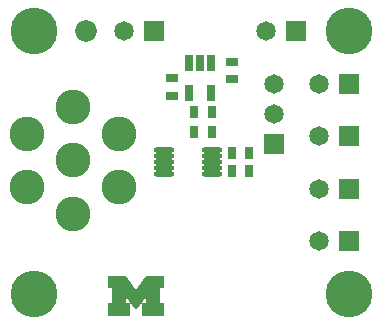
<source format=gts>
G04 Layer_Color=8388736*
%FSLAX24Y24*%
%MOIN*%
G70*
G01*
G75*
%ADD32O,0.0710X0.0178*%
%ADD33R,0.0257X0.0414*%
%ADD34R,0.0414X0.0257*%
%ADD35R,0.0277X0.0572*%
%ADD36C,0.1162*%
%ADD37C,0.0651*%
%ADD38R,0.0651X0.0651*%
%ADD39R,0.0651X0.0651*%
%ADD40C,0.0721*%
%ADD41C,0.1560*%
G36*
X5330Y1612D02*
X5335Y1611D01*
X5339Y1609D01*
X5343Y1607D01*
X5347Y1604D01*
X5350Y1600D01*
X5352Y1596D01*
X5354Y1592D01*
X5355Y1587D01*
X5355Y1582D01*
Y1213D01*
X5355Y1208D01*
X5354Y1204D01*
X5352Y1199D01*
X5350Y1195D01*
X5347Y1192D01*
X5343Y1189D01*
X5339Y1186D01*
X5335Y1184D01*
X5330Y1183D01*
X5325Y1183D01*
X5215D01*
Y686D01*
X5325D01*
X5330Y686D01*
X5335Y685D01*
X5339Y683D01*
X5343Y681D01*
X5347Y677D01*
X5350Y674D01*
X5352Y670D01*
X5354Y666D01*
X5355Y661D01*
X5355Y656D01*
Y287D01*
X5355Y282D01*
X5354Y278D01*
X5352Y273D01*
X5350Y269D01*
X5347Y266D01*
X5343Y263D01*
X5339Y260D01*
X5335Y258D01*
X5330Y257D01*
X5325Y257D01*
X4634D01*
X4629Y257D01*
X4624Y258D01*
X4620Y260D01*
X4616Y263D01*
X4612Y266D01*
X4609Y269D01*
X4607Y273D01*
X4605Y278D01*
X4604Y282D01*
X4604Y287D01*
Y656D01*
X4604Y661D01*
X4605Y666D01*
X4607Y670D01*
X4609Y674D01*
X4612Y677D01*
X4616Y681D01*
X4620Y683D01*
X4624Y685D01*
X4629Y686D01*
X4634Y686D01*
X4744D01*
Y898D01*
X4450Y492D01*
X4450Y492D01*
X4450Y492D01*
X4449Y491D01*
X4447Y488D01*
X4447Y488D01*
X4447Y488D01*
X4446Y487D01*
X4443Y485D01*
X4443Y485D01*
X4443Y485D01*
X4441Y484D01*
X4439Y483D01*
X4439Y483D01*
X4439Y483D01*
X4437Y482D01*
X4435Y481D01*
X4435Y481D01*
X4435Y481D01*
X4432Y480D01*
X4430Y480D01*
X4430Y480D01*
X4430Y480D01*
X4428Y480D01*
X4426Y480D01*
X4426Y480D01*
X4426Y480D01*
X4402D01*
X4402Y480D01*
X4402Y480D01*
X4400Y480D01*
X4397Y480D01*
X4397Y480D01*
X4397Y480D01*
X4395Y481D01*
X4393Y481D01*
X4393Y481D01*
X4393Y481D01*
X4391Y482D01*
X4389Y483D01*
X4388Y483D01*
X4388Y483D01*
X4386Y484D01*
X4385Y485D01*
X4384Y485D01*
X4384Y486D01*
X4383Y487D01*
X4381Y488D01*
X4381Y489D01*
X4381Y489D01*
X4379Y490D01*
X4378Y492D01*
X4378Y492D01*
X4378Y492D01*
X4089Y896D01*
Y686D01*
X4200D01*
X4205Y686D01*
X4209Y685D01*
X4214Y683D01*
X4218Y681D01*
X4221Y677D01*
X4224Y674D01*
X4227Y670D01*
X4229Y666D01*
X4230Y661D01*
X4230Y656D01*
Y287D01*
X4230Y282D01*
X4229Y278D01*
X4227Y273D01*
X4224Y269D01*
X4221Y266D01*
X4218Y263D01*
X4214Y260D01*
X4209Y258D01*
X4205Y257D01*
X4200Y257D01*
X3508D01*
X3504Y257D01*
X3499Y258D01*
X3495Y260D01*
X3491Y263D01*
X3487Y266D01*
X3484Y269D01*
X3482Y273D01*
X3480Y278D01*
X3479Y282D01*
X3478Y287D01*
Y656D01*
X3479Y661D01*
X3480Y666D01*
X3482Y670D01*
X3484Y674D01*
X3487Y677D01*
X3491Y681D01*
X3495Y683D01*
X3499Y685D01*
X3504Y686D01*
X3508Y686D01*
X3613D01*
Y1183D01*
X3508D01*
X3504Y1183D01*
X3499Y1184D01*
X3495Y1186D01*
X3491Y1189D01*
X3487Y1192D01*
X3484Y1195D01*
X3482Y1199D01*
X3480Y1204D01*
X3479Y1208D01*
X3478Y1213D01*
Y1582D01*
X3479Y1587D01*
X3480Y1592D01*
X3482Y1596D01*
X3484Y1600D01*
X3487Y1604D01*
X3491Y1607D01*
X3495Y1609D01*
X3499Y1611D01*
X3504Y1612D01*
X3508Y1612D01*
X4056D01*
X4056Y1612D01*
X4056Y1612D01*
X4059Y1612D01*
X4061Y1612D01*
X4061Y1612D01*
X4061Y1612D01*
X4064Y1611D01*
X4066Y1611D01*
X4066Y1611D01*
X4066Y1611D01*
X4068Y1610D01*
X4070Y1609D01*
X4070Y1609D01*
X4070Y1609D01*
X4072Y1608D01*
X4074Y1607D01*
X4074Y1607D01*
X4074Y1607D01*
X4076Y1605D01*
X4078Y1604D01*
X4078Y1604D01*
X4078Y1603D01*
X4079Y1602D01*
X4081Y1600D01*
X4081Y1600D01*
X4081Y1600D01*
X4417Y1135D01*
X4753Y1600D01*
X4753Y1600D01*
X4753Y1600D01*
X4754Y1602D01*
X4756Y1603D01*
X4756Y1604D01*
X4756Y1604D01*
X4758Y1605D01*
X4760Y1607D01*
X4760Y1607D01*
X4760Y1607D01*
X4762Y1608D01*
X4764Y1609D01*
X4764Y1609D01*
X4764Y1609D01*
X4766Y1610D01*
X4768Y1611D01*
X4768Y1611D01*
X4768Y1611D01*
X4770Y1611D01*
X4773Y1612D01*
X4773Y1612D01*
X4773Y1612D01*
X4775Y1612D01*
X4777Y1612D01*
X4777Y1612D01*
X4777Y1612D01*
X5325D01*
X5330Y1612D01*
D02*
G37*
D32*
X5343Y5794D02*
D03*
Y5597D02*
D03*
Y5400D02*
D03*
Y5203D02*
D03*
Y5006D02*
D03*
X6957Y5794D02*
D03*
Y5597D02*
D03*
Y5400D02*
D03*
Y5203D02*
D03*
Y5006D02*
D03*
D33*
X8195Y5100D02*
D03*
X7605D02*
D03*
X8195Y5700D02*
D03*
X7605D02*
D03*
X6355Y6400D02*
D03*
X6945D02*
D03*
X6355Y7050D02*
D03*
X6945D02*
D03*
D34*
X5600Y8195D02*
D03*
Y7605D02*
D03*
X7600Y8155D02*
D03*
Y8745D02*
D03*
D35*
X6924Y7708D02*
D03*
X6176D02*
D03*
Y8692D02*
D03*
X6550D02*
D03*
X6924D02*
D03*
D36*
X2300Y5450D02*
D03*
X3835Y4564D02*
D03*
Y6336D02*
D03*
X2300Y7222D02*
D03*
X765Y6336D02*
D03*
Y4564D02*
D03*
X2300Y3678D02*
D03*
D37*
X10500Y4500D02*
D03*
Y2750D02*
D03*
X8750Y9750D02*
D03*
X4000D02*
D03*
X10500Y8000D02*
D03*
X9000D02*
D03*
Y7000D02*
D03*
X10500Y6250D02*
D03*
D38*
X11500Y4500D02*
D03*
Y2750D02*
D03*
X9750Y9750D02*
D03*
X5000D02*
D03*
X11500Y8000D02*
D03*
Y6250D02*
D03*
D39*
X9000Y6000D02*
D03*
D40*
X2750Y9750D02*
D03*
D41*
X11500Y1000D02*
D03*
Y9750D02*
D03*
X1000D02*
D03*
Y1000D02*
D03*
M02*

</source>
